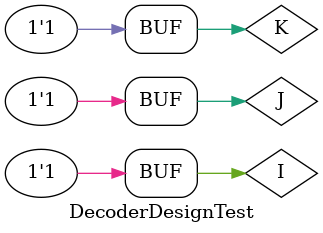
<source format=v>
`timescale 1ns / 1ps


module DecoderDesignTest;

	// Inputs
	reg I;
	reg J;
	reg K;

	// Outputs
	wire P;
	wire Q;
	wire R;
	wire S;
	wire T;
	wire U;
	wire V;
	wire W;

	// Instantiate the Unit Under Test (UUT)
	DecoderDesign uut (
		.I(I), 
		.J(J), 
		.K(K), 
		.P(P), 
		.Q(Q), 
		.R(R), 
		.S(S), 
		.T(T), 
		.U(U), 
		.V(V), 
		.W(W)
	);

	initial begin
		// Initialize Inputs
		I = 0;
		J = 0;
		K = 0;

		// Wait 100 ns for global reset to finish
		#100;
        
		// Add stimulus here
		
		I = 0;
		J = 0;
		K = 1;
		
		#100;
		
		I = 0;
		J = 1;
		K = 0;
		
		#100;
		
		I = 0;
		J = 1;
		K = 1;
		
		#100;
		
		I = 1;
		J = 0;
		K = 0;
		
		#100;
		
		I = 1;
		J = 0;
		K = 1;
		
		#100;
		
		I = 1;
		J = 1;
		K = 0;
		
		#100;
		
		I = 1;
		J = 1;
		K = 1;
	end
      
endmodule


</source>
